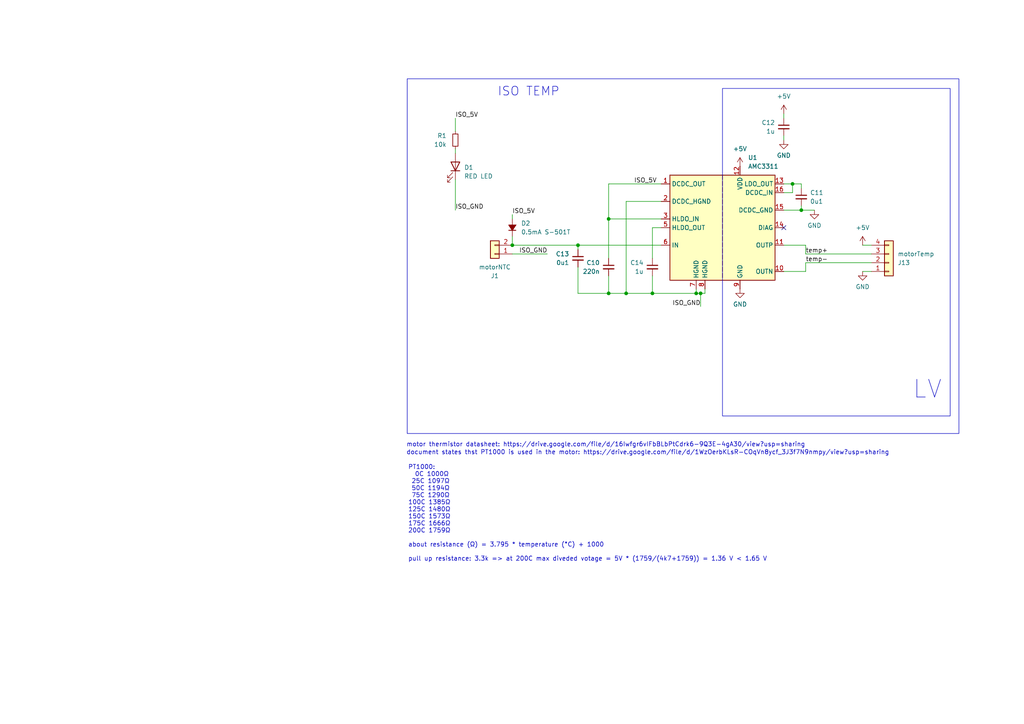
<source format=kicad_sch>
(kicad_sch (version 20231120) (generator "eeschema") (generator_version "8.0")
  (paper "A4")
  (title_block (title "INV_MotorTempIso") (date "2025-03-04") (rev "1.2") (company "NTURacing") (comment 1 "郭哲明 Jack Kuo"))
  (lib_symbols
    (symbol "Connector_Generic:Conn_01x02" (pin_names (offset 1.016) hide)
      (property "Reference" "J" (at 0 2.54 0))
      (property "Value" "Conn_01x02" (at 0 -5.08 0))
      (symbol "Conn_01x02_1_1"
        (rectangle (start -1.27 -2.413) (end 0 -2.667) (stroke (width 0.1524)))
        (rectangle (start -1.27 0.127) (end 0 -0.127) (stroke (width 0.1524)))
        (rectangle (start -1.27 1.27) (end 1.27 -3.81) (stroke (width 0.254)) (fill (type background)))
        (pin passive line (at -5.08 0 0) (length 3.81) (name "Pin_1") (number "1"))
        (pin passive line (at -5.08 -2.54 0) (length 3.81) (name "Pin_2") (number "2"))
      )
    )
    (symbol "Connector_Generic:Conn_01x04" (pin_names (offset 1.016) hide)
      (property "Reference" "J" (at 0 5.08 0))
      (property "Value" "Conn_01x04" (at 0 -7.62 0))
      (symbol "Conn_01x04_1_1"
        (rectangle (start -1.27 -4.953) (end 0 -5.207) (stroke (width 0.1524)))
        (rectangle (start -1.27 -2.413) (end 0 -2.667) (stroke (width 0.1524)))
        (rectangle (start -1.27 0.127) (end 0 -0.127) (stroke (width 0.1524)))
        (rectangle (start -1.27 2.667) (end 0 2.413) (stroke (width 0.1524)))
        (rectangle (start -1.27 3.81) (end 1.27 -6.35) (stroke (width 0.254)) (fill (type background)))
        (pin passive line (at -5.08 2.54 0) (length 3.81) (name "Pin_1") (number "1"))
        (pin passive line (at -5.08 0 0) (length 3.81) (name "Pin_2") (number "2"))
        (pin passive line (at -5.08 -2.54 0) (length 3.81) (name "Pin_3") (number "3"))
        (pin passive line (at -5.08 -5.08 0) (length 3.81) (name "Pin_4") (number "4"))
      )
    )
    (symbol "Device:C_Small" (pin_numbers hide) (pin_names (offset 0.254) hide)
      (property "Reference" "C" (at 0.254 1.778 0))
      (property "Value" "C_Small" (at 0.254 -2.032 0))
      (symbol "C_Small_0_1"
        (polyline (pts (xy -1.524 -0.508) (xy 1.524 -0.508)) (stroke (width 0.3302)))
        (polyline (pts (xy -1.524 0.508) (xy 1.524 0.508)) (stroke (width 0.3048)))
      )
      (symbol "C_Small_1_1"
        (pin passive line (at 0 2.54 270) (length 2.032) (name "~") (number "1"))
        (pin passive line (at 0 -2.54 90) (length 2.032) (name "~") (number "2"))
      )
    )
    (symbol "Device:D_Small_Filled" (pin_numbers hide) (pin_names (offset 0.254) hide)
      (property "Reference" "D" (at -1.27 2.032 0))
      (property "Value" "D_Small_Filled" (at -3.81 -2.032 0))
      (symbol "D_Small_Filled_0_1"
        (polyline (pts (xy -0.762 -1.016) (xy -0.762 1.016)) (stroke (width 0.254)))
        (polyline (pts (xy -0.762 0) (xy 0.762 0)))
        (polyline (pts (xy 0.762 -1.016) (xy -0.762 0) (xy 0.762 1.016) (xy 0.762 -1.016)) (stroke (width 0.254)) (fill (type outline)))
      )
      (symbol "D_Small_Filled_1_1"
        (pin passive line (at -2.54 0 0) (length 1.778) (name "K") (number "1"))
        (pin passive line (at 2.54 0 180) (length 1.778) (name "A") (number "2"))
      )
    )
    (symbol "Device:LED" (pin_numbers hide) (pin_names (offset 1.016) hide)
      (property "Reference" "D" (at 0 2.54 0))
      (property "Value" "LED" (at 0 -2.54 0))
      (symbol "LED_0_1"
        (polyline (pts (xy -1.27 -1.27) (xy -1.27 1.27)) (stroke (width 0.254)))
        (polyline (pts (xy -1.27 0) (xy 1.27 0)))
        (polyline (pts (xy 1.27 -1.27) (xy 1.27 1.27) (xy -1.27 0) (xy 1.27 -1.27)) (stroke (width 0.254)))
        (polyline (pts (xy -3.048 -0.762) (xy -4.572 -2.286) (xy -3.81 -2.286) (xy -4.572 -2.286) (xy -4.572 -1.524)))
        (polyline (pts (xy -1.778 -0.762) (xy -3.302 -2.286) (xy -2.54 -2.286) (xy -3.302 -2.286) (xy -3.302 -1.524)))
      )
      (symbol "LED_1_1"
        (pin passive line (at -3.81 0 0) (length 2.54) (name "K") (number "1"))
        (pin passive line (at 3.81 0 180) (length 2.54) (name "A") (number "2"))
      )
    )
    (symbol "Device:R_Small" (pin_numbers hide) (pin_names (offset 0.254) hide)
      (property "Reference" "R" (at 0.762 0.508 0))
      (property "Value" "R_Small" (at 0.762 -1.016 0))
      (symbol "R_Small_0_1"
        (rectangle (start -0.762 1.778) (end 0.762 -1.778) (stroke (width 0.2032)))
      )
      (symbol "R_Small_1_1"
        (pin passive line (at 0 2.54 270) (length 0.762) (name "~") (number "1"))
        (pin passive line (at 0 -2.54 90) (length 0.762) (name "~") (number "2"))
      )
    )
    (symbol "nturt_kicad_lib_EP6:AMC3311"
      (property "Reference" "U" (at -1.27 22.86 0))
      (property "Value" "AMC3311" (at 0 20.32 0))
      (symbol "AMC3311_0_1"
        (rectangle (start -15.24 15.24) (end 15.24 -15.24) (stroke (width 0.254)) (fill (type background)))
        (polyline (pts (xy 0 -13.208) (xy 0 -14.478)))
        (polyline (pts (xy 0 -11.43) (xy 0 -12.7)))
        (polyline (pts (xy 0 -9.652) (xy 0 -10.922)))
        (polyline (pts (xy 0 -7.874) (xy 0 -9.144)))
        (polyline (pts (xy 0 -6.096) (xy 0 -7.366)))
        (polyline (pts (xy 0 -4.318) (xy 0 -5.588)))
        (polyline (pts (xy 0 -2.54) (xy 0 -3.81)))
        (polyline (pts (xy 0 -0.762) (xy 0 -2.032)))
        (polyline (pts (xy 0 1.016) (xy 0 -0.254)))
        (polyline (pts (xy 0 2.794) (xy 0 1.524)))
        (polyline (pts (xy 0 4.572) (xy 0 3.302)))
        (polyline (pts (xy 0 6.35) (xy 0 5.08)))
        (polyline (pts (xy 0 8.128) (xy 0 6.858)))
        (polyline (pts (xy 0 9.906) (xy 0 8.636)))
        (polyline (pts (xy 0 11.684) (xy 0 10.414)))
        (polyline (pts (xy 0 13.462) (xy 0 12.192)))
        (polyline (pts (xy 0 15.24) (xy 0 13.97)))
      )
      (symbol "AMC3311_1_1"
        (pin power_out line (at -17.78 12.7 0) (length 2.54) (name "DCDC_OUT") (number "1"))
        (pin output line (at 17.78 -12.7 180) (length 2.54) (name "OUTN") (number "10"))
        (pin output line (at 17.78 -5.08 180) (length 2.54) (name "OUTP") (number "11"))
        (pin power_in line (at 5.08 17.78 270) (length 2.54) (name "VDD") (number "12"))
        (pin power_out line (at 17.78 12.7 180) (length 2.54) (name "LDO_OUT") (number "13"))
        (pin output line (at 17.78 0 180) (length 2.54) (name "DIAG") (number "14"))
        (pin power_in line (at 17.78 5.08 180) (length 2.54) (name "DCDC_GND") (number "15"))
        (pin power_in line (at 17.78 10.16 180) (length 2.54) (name "DCDC_IN") (number "16"))
        (pin power_out line (at -17.78 7.62 0) (length 2.54) (name "DCDC_HGND") (number "2"))
        (pin power_in line (at -17.78 2.54 0) (length 2.54) (name "HLDO_IN") (number "3"))
        (pin no_connect line (at -17.78 -8.89 0) (length 2.54) hide (name "NC") (number "4"))
        (pin power_out line (at -17.78 0 0) (length 2.54) (name "HLDO_OUT") (number "5"))
        (pin input line (at -17.78 -5.08 0) (length 2.54) (name "IN") (number "6"))
        (pin power_in line (at -7.62 -17.78 90) (length 2.54) (name "HGND") (number "7"))
        (pin power_in line (at -5.08 -17.78 90) (length 2.54) (name "HGND") (number "8"))
        (pin power_in line (at 5.08 -17.78 90) (length 2.54) (name "GND") (number "9"))
      )
    )
    (symbol "power:+5V" (power) (pin_numbers hide) (pin_names (offset 0) hide)
      (property "Value" "+5V" (at 0 3.556 0))
      (symbol "+5V_0_1"
        (polyline (pts (xy -0.762 1.27) (xy 0 2.54)))
        (polyline (pts (xy 0 0) (xy 0 2.54)))
        (polyline (pts (xy 0 2.54) (xy 0.762 1.27)))
      )
      (symbol "+5V_1_1"
        (pin power_in line (at 0 0 90) (length 0) (name "~") (number "1"))
      )
    )
    (symbol "power:GND" (power) (pin_names (offset 0))
      (property "Value" "GND" (at 0 -3.81 0))
      (symbol "GND_0_1"
        (polyline (pts (xy 0 0) (xy 0 -1.27) (xy 1.27 -1.27) (xy 0 -2.54) (xy -1.27 -1.27) (xy 0 -1.27)))
      )
      (symbol "GND_1_1"
        (pin power_in line (at 0 0 270) (length 0) hide (name "GND") (number "1"))
      )
    )
  )
  (junction (at 148.59 71.12))
  (junction (at 232.41 60.96))
  (junction (at 176.53 63.5))
  (junction (at 189.23 85.09))
  (junction (at 176.53 85.09))
  (junction (at 201.93 85.09))
  (junction (at 203.2 85.09))
  (junction (at 167.64 71.12))
  (junction (at 229.87 53.34))
  (junction (at 181.61 85.09))
  (no_connect (at 227.33 66.04))
  (wire (pts (xy 227.33 71.12) (xy 233.68 71.12)))
  (wire (pts (xy 201.93 85.09) (xy 201.93 83.82)))
  (wire (pts (xy 233.68 71.12) (xy 233.68 73.66)))
  (wire (pts (xy 181.61 58.42) (xy 181.61 85.09)))
  (wire (pts (xy 227.33 53.34) (xy 229.87 53.34)))
  (wire (pts (xy 252.73 78.74) (xy 250.19 78.74)))
  (wire (pts (xy 158.75 73.66) (xy 148.59 73.66)))
  (wire (pts (xy 167.64 77.47) (xy 167.64 85.09)))
  (wire (pts (xy 176.53 80.01) (xy 176.53 85.09)))
  (wire (pts (xy 191.77 58.42) (xy 181.61 58.42)))
  (wire (pts (xy 148.59 62.23) (xy 148.59 63.5)))
  (wire (pts (xy 181.61 85.09) (xy 189.23 85.09)))
  (wire (pts (xy 176.53 53.34) (xy 176.53 63.5)))
  (wire (pts (xy 227.33 39.37) (xy 227.33 40.64)))
  (wire (pts (xy 176.53 63.5) (xy 191.77 63.5)))
  (wire (pts (xy 252.73 73.66) (xy 233.68 73.66)))
  (wire (pts (xy 167.64 71.12) (xy 191.77 71.12)))
  (wire (pts (xy 132.08 34.29) (xy 132.08 38.1)))
  (wire (pts (xy 167.64 71.12) (xy 167.64 72.39)))
  (wire (pts (xy 204.47 83.82) (xy 204.47 85.09)))
  (wire (pts (xy 148.59 71.12) (xy 167.64 71.12)))
  (wire (pts (xy 232.41 60.96) (xy 232.41 59.69)))
  (wire (pts (xy 176.53 63.5) (xy 176.53 74.93)))
  (wire (pts (xy 236.22 60.96) (xy 232.41 60.96)))
  (wire (pts (xy 191.77 66.04) (xy 189.23 66.04)))
  (wire (pts (xy 132.08 43.18) (xy 132.08 44.45)))
  (wire (pts (xy 232.41 53.34) (xy 229.87 53.34)))
  (wire (pts (xy 233.68 78.74) (xy 233.68 76.2)))
  (wire (pts (xy 189.23 85.09) (xy 201.93 85.09)))
  (wire (pts (xy 232.41 54.61) (xy 232.41 53.34)))
  (wire (pts (xy 167.64 85.09) (xy 176.53 85.09)))
  (wire (pts (xy 176.53 53.34) (xy 191.77 53.34)))
  (wire (pts (xy 204.47 85.09) (xy 203.2 85.09)))
  (wire (pts (xy 229.87 55.88) (xy 227.33 55.88)))
  (wire (pts (xy 227.33 34.29) (xy 227.33 33.02)))
  (wire (pts (xy 227.33 78.74) (xy 233.68 78.74)))
  (wire (pts (xy 189.23 80.01) (xy 189.23 85.09)))
  (wire (pts (xy 132.08 52.07) (xy 132.08 60.96)))
  (wire (pts (xy 189.23 66.04) (xy 189.23 74.93)))
  (wire (pts (xy 203.2 85.09) (xy 201.93 85.09)))
  (wire (pts (xy 148.59 68.58) (xy 148.59 71.12)))
  (wire (pts (xy 252.73 71.12) (xy 250.19 71.12)))
  (wire (pts (xy 203.2 88.9) (xy 203.2 85.09)))
  (wire (pts (xy 227.33 60.96) (xy 232.41 60.96)))
  (wire (pts (xy 229.87 53.34) (xy 229.87 55.88)))
  (wire (pts (xy 252.73 76.2) (xy 233.68 76.2)))
  (wire (pts (xy 176.53 85.09) (xy 181.61 85.09)))
  (rectangle (start 118.11 22.86) (end 278.13 125.73))
  (rectangle (start 209.55 25.654) (end 275.59 120.65))
  (text "document states thst PT1000 is used in the motor: https://drive.google.com/file/d/1WzOerbKLsR-COqVn8ycf_3J3f7N9nmpy/view?usp=sharing" (at 117.856 131.318 0) (effects (font (size 1.27 1.27)) (justify left)))
  (text "motor thermistor datasheet: https://drive.google.com/file/d/16Iwfgr6vIFbBLbPtCdrk6-9Q3E-4gA30/view?usp=sharing" (at 117.856 129.032 0) (effects (font (size 1.27 1.27)) (justify left)))
  (text "PT1000:  \n  0C 1000Ω\n 25C 1097Ω\n 50C 1194Ω\n 75C 1290Ω\n100C 1385Ω\n125C 1480Ω\n150C 1573Ω\n175C 1666Ω\n200C 1759Ω\n\nabout resistance (Ω) = 3.795 * temperature (°C) + 1000\n\npull up resistance: 3.3k => at 200C max diveded votage = 5V * (1759/(4k7+1759)) = 1.36 V < 1.65 V" (at 118.364 134.874 0) (effects (font (size 1.27 1.27)) (justify left top)))
  (text "ISO TEMP" (at 144.272 25.146 0) (effects (font (size 2.54 2.54)) (justify left top)))
  (text "LV" (at 268.986 113.03 0) (effects (font (size 5.14 5.14))))
  (label "ISO_5V" (at 148.59 62.23 0))
  (label "ISO_GND" (at 158.75 73.66 180))
  (label "ISO_GND" (at 132.08 60.96 0))
  (label "temp-" (at 233.68 76.2 0))
  (label "ISO_GND" (at 203.2 88.9 180))
  (label "temp+" (at 233.68 73.66 0))
  (label "ISO_5V" (at 190.5 53.34 180))
  (label "ISO_5V" (at 132.08 34.29 0))
  (symbol (lib_id "Device:LED") (at 132.08 48.26 270) (mirror x) (unit 1)
    (property "Reference" "D1" (at 134.62 48.5775 90) (effects (justify left)))
    (property "Value" "RED LED" (at 134.62 51.1175 90) (effects (justify left)))
    (property "Footprint" "LED_SMD:LED_0603_1608Metric" (effects (hide yes)))
    (property "Description" "Light emitting diode" (effects (hide yes)))
  )
  (symbol (lib_id "nturt_kicad_lib_EP6:AMC3311") (at 209.55 66.04 0) (unit 1)
    (property "Reference" "U1" (at 216.9435 45.72 0) (effects (justify left)))
    (property "Value" "AMC3311" (at 216.9435 48.26 0) (effects (justify left)))
    (property "Footprint" "Package_SO:SOIC-16W_7.5x10.3mm_P1.27mm" (effects (hide yes)))
    (property "Datasheet" "https://www.ti.com/lit/ds/symlink/amc3311.pdf?ts=1739350990294&ref_url=https%253A%252F%252Fwww.ti.com%252Fproduct%252Fzh-tw%252FAMC3311" (effects (hide yes)))
    (property "Description" "Reinforced Isolated Amplifier With Integrated DC/DC Converter, SOIC-16W" (effects (hide yes)))
  )
  (symbol (lib_id "power:GND") (at 236.22 60.96 0) (unit 1)
    (property "Reference" "#PWR06" (effects (hide yes)))
    (property "Value" "GND" (at 236.22 65.4034 0))
    (property "Description" "Power symbol creates a global label with name \"GND\" , ground" (effects (hide yes)))
  )
  (symbol (lib_id "Device:C_Small") (at 167.64 74.93 0) (mirror y) (unit 1)
    (property "Reference" "C13" (at 165.1 73.6663 0) (effects (justify left)))
    (property "Value" "0u1" (at 165.1 76.2063 0) (effects (justify left)))
    (property "Footprint" "Capacitor_SMD:C_0603_1608Metric" (effects (hide yes)))
    (property "Description" "Unpolarized capacitor, small symbol" (effects (hide yes)))
  )
  (symbol (lib_id "Connector_Generic:Conn_01x02") (at 143.51 73.66 180) (unit 1)
    (property "Reference" "J1" (at 143.51 80.01 0))
    (property "Value" "motorNTC" (at 143.51 77.47 0))
    (property "Footprint" "Connector_JST:JST_PH_S2B-PH-K_1x02_P2.00mm_Horizontal" (effects (hide yes)))
    (property "Description" "Generic connector, single row, 01x02, script generated (kicad-library-utils/schlib/autogen/connector/)" (effects (hide yes)))
  )
  (symbol (lib_id "power:+5V") (at 227.33 33.02 0) (mirror y) (unit 1)
    (property "Reference" "#PWR02" (effects (hide yes)))
    (property "Value" "+5V" (at 227.33 27.94 0))
    (property "Description" "Power symbol creates a global label with name \"+5V\"" (effects (hide yes)))
  )
  (symbol (lib_id "Device:C_Small") (at 189.23 77.47 0) (mirror y) (unit 1)
    (property "Reference" "C14" (at 186.69 76.2063 0) (effects (justify left)))
    (property "Value" "1u" (at 186.69 78.7463 0) (effects (justify left)))
    (property "Footprint" "Capacitor_SMD:C_0603_1608Metric" (effects (hide yes)))
    (property "Description" "Unpolarized capacitor, small symbol" (effects (hide yes)))
  )
  (symbol (lib_id "Connector_Generic:Conn_01x04") (at 257.81 76.2 0) (mirror x) (unit 1)
    (property "Reference" "J13" (at 260.35 76.2 0) (effects (justify left)))
    (property "Value" "motorTemp" (at 260.35 73.66 0) (effects (justify left)))
    (property "Footprint" "Connector_JST:JST_PH_S4B-PH-K_1x04_P2.00mm_Horizontal" (effects (hide yes)))
    (property "Description" "Generic connector, single row, 01x04, script generated (kicad-library-utils/schlib/autogen/connector/)" (effects (hide yes)))
  )
  (symbol (lib_id "Device:C_Small") (at 176.53 77.47 0) (mirror y) (unit 1)
    (property "Reference" "C10" (at 173.99 76.2063 0) (effects (justify left)))
    (property "Value" "220n" (at 173.99 78.7463 0) (effects (justify left)))
    (property "Footprint" "Capacitor_SMD:C_0603_1608Metric" (effects (hide yes)))
    (property "Description" "Unpolarized capacitor, small symbol" (effects (hide yes)))
  )
  (symbol (lib_id "Device:C_Small") (at 232.41 57.15 0) (unit 1)
    (property "Reference" "C11" (at 234.95 55.8863 0) (effects (justify left)))
    (property "Value" "0u1" (at 234.95 58.4263 0) (effects (justify left)))
    (property "Footprint" "Capacitor_SMD:C_0603_1608Metric" (effects (hide yes)))
    (property "Description" "Unpolarized capacitor, small symbol" (effects (hide yes)))
  )
  (symbol (lib_id "Device:R_Small") (at 132.08 40.64 0) (mirror y) (unit 1)
    (property "Reference" "R1" (at 129.54 39.37 0) (effects (justify left)))
    (property "Value" "10k" (at 129.54 41.91 0) (effects (justify left)))
    (property "Footprint" "Resistor_SMD:R_0603_1608Metric" (effects (hide yes)))
    (property "Description" "Resistor, small symbol" (effects (hide yes)))
  )
  (symbol (lib_id "power:GND") (at 227.33 40.64 0) (unit 1)
    (property "Reference" "#PWR019" (effects (hide yes)))
    (property "Value" "GND" (at 227.33 45.0834 0))
    (property "Description" "Power symbol creates a global label with name \"GND\" , ground" (effects (hide yes)))
  )
  (symbol (lib_id "Device:D_Small_Filled") (at 148.59 66.04 90) (unit 1)
    (property "Reference" "D2" (at 151.13 64.7699 90) (effects (justify right)))
    (property "Value" "0.5mA S-501T" (at 151.13 67.3099 90) (effects (justify right)))
    (property "Footprint" "Diode_SMD:D_1206_3216Metric" (effects (hide yes)))
    (property "Description" "Diode, small symbol, filled shape" (effects (hide yes)))
    (property "Sim.Device" "D" (effects (hide yes)))
    (property "Sim.Pins" "1=K 2=A" (effects (hide yes)))
  )
  (symbol (lib_id "Device:C_Small") (at 227.33 36.83 0) (mirror y) (unit 1)
    (property "Reference" "C12" (at 224.79 35.5663 0) (effects (justify left)))
    (property "Value" "1u" (at 224.79 38.1063 0) (effects (justify left)))
    (property "Footprint" "Capacitor_SMD:C_0603_1608Metric" (effects (hide yes)))
    (property "Description" "Unpolarized capacitor, small symbol" (effects (hide yes)))
  )
  (symbol (lib_id "power:+5V") (at 214.63 48.26 0) (mirror y) (unit 1)
    (property "Reference" "#PWR05" (effects (hide yes)))
    (property "Value" "+5V" (at 214.63 43.18 0))
    (property "Description" "Power symbol creates a global label with name \"+5V\"" (effects (hide yes)))
  )
  (symbol (lib_id "power:+5V") (at 250.19 71.12 0) (mirror y) (unit 1)
    (property "Reference" "#PWR016" (effects (hide yes)))
    (property "Value" "+5V" (at 250.19 66.04 0))
    (property "Description" "Power symbol creates a global label with name \"+5V\"" (effects (hide yes)))
  )
  (symbol (lib_id "power:GND") (at 214.63 83.82 0) (unit 1)
    (property "Reference" "#PWR01" (effects (hide yes)))
    (property "Value" "GND" (at 214.63 88.2634 0))
    (property "Description" "Power symbol creates a global label with name \"GND\" , ground" (effects (hide yes)))
  )
  (symbol (lib_id "power:GND") (at 250.19 78.74 0) (unit 1)
    (property "Reference" "#PWR017" (effects (hide yes)))
    (property "Value" "GND" (at 250.19 83.1834 0))
    (property "Description" "Power symbol creates a global label with name \"GND\" , ground" (effects (hide yes)))
  )
)
</source>
